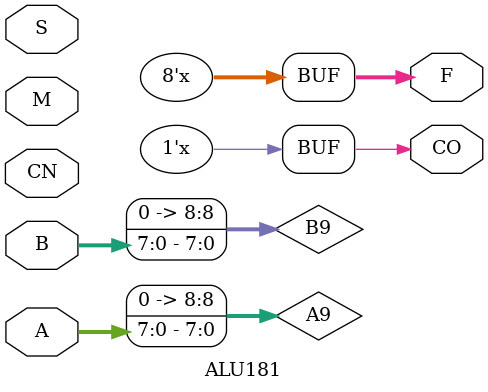
<source format=v>
module ALU181(S,A,B,F,M,CN,CO);
input[3:0] S;
input[7:0] A,B;
output[7:0] F;
input M,CN;
output CO;
reg[7:0]F;
reg[8:0]A9,B9,F9;
reg CO;
always@(M or CN or A9 or B9)
begin
A9<={1'b0,A};
B9<={1'b0,B};
case(S)
	4'b0000:if(~M)F9<=A9+CN;else F9<=~A9;
	4'b0001:if(~M)F9<=(A9|B9)+CN;else F9<=~{A9|B9};
	4'b0010:if(~M)F9<=(A9|(~B9))+CN;else F9<=(~A9)&B9;
	4'b0011:if(~M)F9<=9'b000000000-CN;else F9<=9'b000000000;
	4'b0100:if(~M)F9<=A9+(A9&(~B9))+CN;else F9<=~(A9&B9);
	4'b0101:if(~M)F9<=(A9|B9)+(A9&(~B9))+CN;else F9<=~B9;
	4'b0110:if(~M)F9<=(A9-B9)-CN;else F9<=A9^B9;
	4'b0111:if(~M)F9<=(A9|(~B9))-CN;else F9<=A9&(~B9);
	4'b1000:if(~M)F9<=A9+(A9&B9)+CN;else F9<=(~A9)&B9;
	4'b1001:if(~M)F9<=A9+B9+CN;else F9<=~(A9^B9);
	4'b1010:if(~M)F9<=(A9|(~B9))+(A9&B9)+CN;else F9<=B9;
	4'b1011:if(~M)F9<=(A9&B9)-CN;else F9<=A9&B9;
	4'b1100:if(~M)F9<=(A9+A9)+CN;else F9<=9'b000000001;
	4'b1101:if(~M)F9<=(A9|B9)+A9+CN;else F9<=A9|(~B9);
	4'b1110:if(~M)F9<=((A9|(~B9))+A9)+CN;else F9<=A9|B9;
	4'b1111:if(~M)F9<=A9-CN;else F9<=A9;
	default:F9<=9'b000000000;
	endcase
	F<=F9[7:0];
	CO<=F9[8];
	end
endmodule
	
</source>
